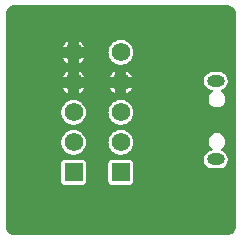
<source format=gbl>
G04 Layer: BottomLayer*
G04 EasyEDA v6.5.20, 2023-08-22 18:50:07*
G04 a67cddfb3fce44daa9051d46cbbcc19f,10*
G04 Gerber Generator version 0.2*
G04 Scale: 100 percent, Rotated: No, Reflected: No *
G04 Dimensions in millimeters *
G04 leading zeros omitted , absolute positions ,4 integer and 5 decimal *
%FSLAX45Y45*%
%MOMM*%

%ADD10C,1.5748*%
%ADD11R,1.5748X1.5748*%
%ADD12O,1.499997X0.9999979999999999*%

%LPD*%
G36*
X-898753Y-974090D02*
G01*
X-911250Y-973124D01*
X-921512Y-970787D01*
X-931367Y-966978D01*
X-940612Y-961847D01*
X-948994Y-955446D01*
X-956360Y-947877D01*
X-962609Y-939393D01*
X-967587Y-930046D01*
X-971194Y-920140D01*
X-973328Y-909828D01*
X-974090Y-898753D01*
X-974090Y898753D01*
X-973124Y911250D01*
X-970787Y921512D01*
X-966978Y931367D01*
X-961847Y940612D01*
X-955446Y948994D01*
X-947877Y956360D01*
X-939393Y962609D01*
X-930046Y967587D01*
X-920140Y971194D01*
X-909828Y973328D01*
X-898753Y974090D01*
X898753Y974090D01*
X911250Y973124D01*
X921512Y970787D01*
X931367Y966978D01*
X940612Y961847D01*
X948994Y955446D01*
X956360Y947877D01*
X962609Y939393D01*
X967587Y930046D01*
X971194Y920140D01*
X973328Y909828D01*
X974090Y898753D01*
X974090Y-898753D01*
X973124Y-911250D01*
X970787Y-921512D01*
X966978Y-931367D01*
X961847Y-940612D01*
X955446Y-948994D01*
X947877Y-956360D01*
X939393Y-962609D01*
X930046Y-967587D01*
X920140Y-971194D01*
X909828Y-973328D01*
X898753Y-974090D01*
G37*

%LPC*%
G36*
X-354279Y620725D02*
G01*
X-306120Y620725D01*
X-309372Y627329D01*
X-316992Y638708D01*
X-326034Y648970D01*
X-336296Y658012D01*
X-347675Y665632D01*
X-354279Y668883D01*
G37*
G36*
X-78181Y-545642D02*
G01*
X78181Y-545642D01*
X84480Y-544931D01*
X89966Y-543001D01*
X94843Y-539953D01*
X98958Y-535838D01*
X102006Y-530961D01*
X103936Y-525475D01*
X104648Y-519176D01*
X104648Y-362813D01*
X103936Y-356514D01*
X102006Y-351028D01*
X98958Y-346151D01*
X94843Y-342036D01*
X89966Y-338988D01*
X84480Y-337058D01*
X78181Y-336346D01*
X-78181Y-336346D01*
X-84480Y-337058D01*
X-89966Y-338988D01*
X-94843Y-342036D01*
X-98958Y-346151D01*
X-102006Y-351028D01*
X-103936Y-356514D01*
X-104648Y-362813D01*
X-104648Y-519176D01*
X-103936Y-525475D01*
X-102006Y-530961D01*
X-98958Y-535838D01*
X-94843Y-539953D01*
X-89966Y-543001D01*
X-84480Y-544931D01*
G37*
G36*
X779119Y-408381D02*
G01*
X828395Y-408381D01*
X840079Y-407517D01*
X851103Y-404977D01*
X861669Y-400862D01*
X871524Y-395173D01*
X880364Y-388112D01*
X888085Y-379780D01*
X894486Y-370433D01*
X899414Y-360222D01*
X902716Y-349402D01*
X904443Y-338175D01*
X904443Y-326847D01*
X902716Y-315620D01*
X899414Y-304749D01*
X894486Y-294538D01*
X888085Y-285191D01*
X880364Y-276860D01*
X871524Y-269798D01*
X861669Y-264160D01*
X850239Y-259689D01*
X846531Y-257149D01*
X844245Y-253288D01*
X843838Y-248869D01*
X845413Y-244652D01*
X848614Y-241554D01*
X855421Y-237337D01*
X863904Y-230124D01*
X871118Y-221691D01*
X876909Y-212191D01*
X881176Y-201930D01*
X883767Y-191109D01*
X884631Y-180035D01*
X883767Y-168910D01*
X881176Y-158089D01*
X876909Y-147828D01*
X871118Y-138328D01*
X863904Y-129895D01*
X855421Y-122682D01*
X845921Y-116839D01*
X835660Y-112623D01*
X824839Y-109982D01*
X813765Y-109118D01*
X802690Y-109982D01*
X791870Y-112623D01*
X781608Y-116839D01*
X772109Y-122682D01*
X763625Y-129895D01*
X756412Y-138328D01*
X750620Y-147828D01*
X746353Y-158089D01*
X743762Y-168910D01*
X742899Y-180035D01*
X743762Y-191109D01*
X746353Y-201930D01*
X750620Y-212191D01*
X756412Y-221691D01*
X763625Y-230124D01*
X772109Y-237337D01*
X773988Y-238506D01*
X777087Y-241452D01*
X778713Y-245364D01*
X778560Y-249580D01*
X776732Y-253390D01*
X773531Y-256133D01*
X769467Y-257302D01*
X767435Y-257454D01*
X756412Y-259994D01*
X745845Y-264109D01*
X735990Y-269798D01*
X727151Y-276860D01*
X719429Y-285191D01*
X713028Y-294538D01*
X708101Y-304749D01*
X704799Y-315620D01*
X703072Y-326847D01*
X703072Y-338175D01*
X704799Y-349402D01*
X708101Y-360222D01*
X713028Y-370433D01*
X719429Y-379780D01*
X727151Y-388112D01*
X735990Y-395173D01*
X745845Y-400862D01*
X756412Y-404977D01*
X767435Y-407517D01*
G37*
G36*
X-399999Y-291642D02*
G01*
X-386334Y-290728D01*
X-372922Y-288036D01*
X-359968Y-283667D01*
X-347675Y-277622D01*
X-336296Y-270002D01*
X-326034Y-260959D01*
X-316992Y-250698D01*
X-309372Y-239318D01*
X-303326Y-227025D01*
X-298958Y-214071D01*
X-296265Y-200660D01*
X-295351Y-186994D01*
X-296265Y-173329D01*
X-298958Y-159918D01*
X-303326Y-146964D01*
X-309372Y-134670D01*
X-316992Y-123291D01*
X-326034Y-113030D01*
X-336296Y-103987D01*
X-347675Y-96367D01*
X-359968Y-90322D01*
X-372922Y-85953D01*
X-386334Y-83261D01*
X-399999Y-82397D01*
X-413664Y-83261D01*
X-427075Y-85953D01*
X-440029Y-90322D01*
X-452323Y-96367D01*
X-463702Y-103987D01*
X-473964Y-113030D01*
X-483006Y-123291D01*
X-490626Y-134670D01*
X-496671Y-146964D01*
X-501040Y-159918D01*
X-503732Y-173329D01*
X-504647Y-186994D01*
X-503732Y-200660D01*
X-501040Y-214071D01*
X-496671Y-227025D01*
X-490626Y-239318D01*
X-483006Y-250698D01*
X-473964Y-260959D01*
X-463702Y-270002D01*
X-452323Y-277622D01*
X-440029Y-283667D01*
X-427075Y-288036D01*
X-413664Y-290728D01*
G37*
G36*
X0Y-291642D02*
G01*
X13665Y-290728D01*
X27076Y-288036D01*
X40030Y-283667D01*
X52324Y-277622D01*
X63703Y-270002D01*
X73964Y-260959D01*
X83007Y-250698D01*
X90627Y-239318D01*
X96672Y-227025D01*
X101041Y-214071D01*
X103733Y-200660D01*
X104648Y-186994D01*
X103733Y-173329D01*
X101041Y-159918D01*
X96672Y-146964D01*
X90627Y-134670D01*
X83007Y-123291D01*
X73964Y-113030D01*
X63703Y-103987D01*
X52324Y-96367D01*
X40030Y-90322D01*
X27076Y-85953D01*
X13665Y-83261D01*
X0Y-82397D01*
X-13665Y-83261D01*
X-27076Y-85953D01*
X-40030Y-90322D01*
X-52324Y-96367D01*
X-63703Y-103987D01*
X-73964Y-113030D01*
X-83007Y-123291D01*
X-90627Y-134670D01*
X-96672Y-146964D01*
X-101041Y-159918D01*
X-103733Y-173329D01*
X-104648Y-186994D01*
X-103733Y-200660D01*
X-101041Y-214071D01*
X-96672Y-227025D01*
X-90627Y-239318D01*
X-83007Y-250698D01*
X-73964Y-260959D01*
X-63703Y-270002D01*
X-52324Y-277622D01*
X-40030Y-283667D01*
X-27076Y-288036D01*
X-13665Y-290728D01*
G37*
G36*
X0Y-37642D02*
G01*
X13665Y-36728D01*
X27076Y-34036D01*
X40030Y-29667D01*
X52324Y-23622D01*
X63703Y-16002D01*
X73964Y-6959D01*
X83007Y3302D01*
X90627Y14681D01*
X96672Y26974D01*
X101041Y39928D01*
X103733Y53340D01*
X104648Y67005D01*
X103733Y80670D01*
X101041Y94081D01*
X96672Y107035D01*
X90627Y119329D01*
X83007Y130708D01*
X73964Y140970D01*
X63703Y150012D01*
X52324Y157632D01*
X40030Y163677D01*
X27076Y168046D01*
X13665Y170738D01*
X0Y171602D01*
X-13665Y170738D01*
X-27076Y168046D01*
X-40030Y163677D01*
X-52324Y157632D01*
X-63703Y150012D01*
X-73964Y140970D01*
X-83007Y130708D01*
X-90627Y119329D01*
X-96672Y107035D01*
X-101041Y94081D01*
X-103733Y80670D01*
X-104648Y67005D01*
X-103733Y53340D01*
X-101041Y39928D01*
X-96672Y26974D01*
X-90627Y14681D01*
X-83007Y3302D01*
X-73964Y-6959D01*
X-63703Y-16002D01*
X-52324Y-23622D01*
X-40030Y-29667D01*
X-27076Y-34036D01*
X-13665Y-36728D01*
G37*
G36*
X-399999Y-37642D02*
G01*
X-386334Y-36728D01*
X-372922Y-34036D01*
X-359968Y-29667D01*
X-347675Y-23622D01*
X-336296Y-16002D01*
X-326034Y-6959D01*
X-316992Y3302D01*
X-309372Y14681D01*
X-303326Y26974D01*
X-298958Y39928D01*
X-296265Y53340D01*
X-295351Y67005D01*
X-296265Y80670D01*
X-298958Y94081D01*
X-303326Y107035D01*
X-309372Y119329D01*
X-316992Y130708D01*
X-326034Y140970D01*
X-336296Y150012D01*
X-347675Y157632D01*
X-359968Y163677D01*
X-372922Y168046D01*
X-386334Y170738D01*
X-399999Y171602D01*
X-413664Y170738D01*
X-427075Y168046D01*
X-440029Y163677D01*
X-452323Y157632D01*
X-463702Y150012D01*
X-473964Y140970D01*
X-483006Y130708D01*
X-490626Y119329D01*
X-496671Y107035D01*
X-501040Y94081D01*
X-503732Y80670D01*
X-504647Y67005D01*
X-503732Y53340D01*
X-501040Y39928D01*
X-496671Y26974D01*
X-490626Y14681D01*
X-483006Y3302D01*
X-473964Y-6959D01*
X-463702Y-16002D01*
X-452323Y-23622D01*
X-440029Y-29667D01*
X-427075Y-34036D01*
X-413664Y-36728D01*
G37*
G36*
X813765Y109118D02*
G01*
X824839Y109982D01*
X835660Y112572D01*
X845921Y116839D01*
X855421Y122631D01*
X863904Y129844D01*
X871118Y138328D01*
X876909Y147828D01*
X881176Y158089D01*
X883767Y168910D01*
X884631Y179984D01*
X883767Y191058D01*
X881176Y201879D01*
X876909Y212140D01*
X871118Y221640D01*
X863904Y230124D01*
X855421Y237337D01*
X848563Y241554D01*
X845362Y244652D01*
X843787Y248869D01*
X844194Y253339D01*
X846480Y257149D01*
X850188Y259689D01*
X861669Y264160D01*
X871524Y269798D01*
X880364Y276860D01*
X888085Y285191D01*
X894486Y294589D01*
X899414Y304800D01*
X902716Y315620D01*
X904443Y326847D01*
X904443Y338175D01*
X902716Y349402D01*
X899414Y360222D01*
X894486Y370433D01*
X888085Y379831D01*
X880364Y388112D01*
X871524Y395224D01*
X861669Y400862D01*
X851103Y405028D01*
X840079Y407517D01*
X828395Y408432D01*
X779119Y408432D01*
X767435Y407517D01*
X756412Y405028D01*
X745845Y400862D01*
X735990Y395224D01*
X727151Y388112D01*
X719429Y379831D01*
X713028Y370433D01*
X708101Y360222D01*
X704799Y349402D01*
X703072Y338175D01*
X703072Y326847D01*
X704799Y315620D01*
X708101Y304800D01*
X713028Y294589D01*
X719429Y285191D01*
X727151Y276860D01*
X735990Y269798D01*
X745845Y264160D01*
X756412Y259994D01*
X767435Y257454D01*
X769518Y257302D01*
X773582Y256133D01*
X776782Y253390D01*
X778611Y249580D01*
X778764Y245364D01*
X777138Y241452D01*
X774090Y238506D01*
X772109Y237337D01*
X763625Y230124D01*
X756412Y221640D01*
X750620Y212140D01*
X746353Y201879D01*
X743762Y191058D01*
X742899Y179984D01*
X743762Y168910D01*
X746353Y158089D01*
X750620Y147828D01*
X756412Y138328D01*
X763625Y129844D01*
X772109Y122631D01*
X781608Y116839D01*
X791870Y112572D01*
X802690Y109982D01*
G37*
G36*
X-45720Y227126D02*
G01*
X-45720Y275285D01*
X-93878Y275285D01*
X-90627Y268681D01*
X-83007Y257302D01*
X-73964Y247040D01*
X-63703Y237998D01*
X-52324Y230378D01*
G37*
G36*
X-445719Y227126D02*
G01*
X-445719Y275285D01*
X-493877Y275285D01*
X-490626Y268681D01*
X-483006Y257302D01*
X-473964Y247040D01*
X-463702Y237998D01*
X-452323Y230378D01*
G37*
G36*
X-478180Y-545642D02*
G01*
X-321818Y-545642D01*
X-315518Y-544931D01*
X-310032Y-543001D01*
X-305155Y-539953D01*
X-301040Y-535838D01*
X-297992Y-530961D01*
X-296062Y-525475D01*
X-295351Y-519176D01*
X-295351Y-362813D01*
X-296062Y-356514D01*
X-297992Y-351028D01*
X-301040Y-346151D01*
X-305155Y-342036D01*
X-310032Y-338988D01*
X-315518Y-337058D01*
X-321818Y-336346D01*
X-478180Y-336346D01*
X-484479Y-337058D01*
X-489966Y-338988D01*
X-494842Y-342036D01*
X-498957Y-346151D01*
X-502005Y-351028D01*
X-503935Y-356514D01*
X-504647Y-362813D01*
X-504647Y-519176D01*
X-503935Y-525475D01*
X-502005Y-530961D01*
X-498957Y-535838D01*
X-494842Y-539953D01*
X-489966Y-543001D01*
X-484479Y-544931D01*
G37*
G36*
X-354279Y227126D02*
G01*
X-347675Y230378D01*
X-336296Y237998D01*
X-326034Y247040D01*
X-316992Y257302D01*
X-309372Y268681D01*
X-306120Y275285D01*
X-354279Y275285D01*
G37*
G36*
X-493877Y366725D02*
G01*
X-445719Y366725D01*
X-445719Y414883D01*
X-452323Y411632D01*
X-463702Y404012D01*
X-473964Y394970D01*
X-483006Y384708D01*
X-490626Y373329D01*
G37*
G36*
X-93878Y366725D02*
G01*
X-45720Y366725D01*
X-45720Y414883D01*
X-52324Y411632D01*
X-63703Y404012D01*
X-73964Y394970D01*
X-83007Y384708D01*
X-90627Y373329D01*
G37*
G36*
X-354279Y366725D02*
G01*
X-306120Y366725D01*
X-309372Y373329D01*
X-316992Y384708D01*
X-326034Y394970D01*
X-336296Y404012D01*
X-347675Y411632D01*
X-354279Y414883D01*
G37*
G36*
X45720Y366725D02*
G01*
X93878Y366725D01*
X90627Y373329D01*
X83007Y384708D01*
X73964Y394970D01*
X63703Y404012D01*
X52324Y411632D01*
X45720Y414883D01*
G37*
G36*
X0Y470357D02*
G01*
X13665Y471271D01*
X27076Y473964D01*
X40030Y478332D01*
X52324Y484378D01*
X63703Y491998D01*
X73964Y501040D01*
X83007Y511301D01*
X90627Y522681D01*
X96672Y534974D01*
X101041Y547928D01*
X103733Y561340D01*
X104648Y575005D01*
X103733Y588670D01*
X101041Y602081D01*
X96672Y615035D01*
X90627Y627329D01*
X83007Y638708D01*
X73964Y648970D01*
X63703Y658012D01*
X52324Y665632D01*
X40030Y671677D01*
X27076Y676046D01*
X13665Y678738D01*
X0Y679602D01*
X-13665Y678738D01*
X-27076Y676046D01*
X-40030Y671677D01*
X-52324Y665632D01*
X-63703Y658012D01*
X-73964Y648970D01*
X-83007Y638708D01*
X-90627Y627329D01*
X-96672Y615035D01*
X-101041Y602081D01*
X-103733Y588670D01*
X-104648Y575005D01*
X-103733Y561340D01*
X-101041Y547928D01*
X-96672Y534974D01*
X-90627Y522681D01*
X-83007Y511301D01*
X-73964Y501040D01*
X-63703Y491998D01*
X-52324Y484378D01*
X-40030Y478332D01*
X-27076Y473964D01*
X-13665Y471271D01*
G37*
G36*
X-445719Y481126D02*
G01*
X-445719Y529285D01*
X-493877Y529285D01*
X-490626Y522681D01*
X-483006Y511301D01*
X-473964Y501040D01*
X-463702Y491998D01*
X-452323Y484378D01*
G37*
G36*
X-354279Y481126D02*
G01*
X-347675Y484378D01*
X-336296Y491998D01*
X-326034Y501040D01*
X-316992Y511301D01*
X-309372Y522681D01*
X-306120Y529285D01*
X-354279Y529285D01*
G37*
G36*
X-493877Y620725D02*
G01*
X-445719Y620725D01*
X-445719Y668883D01*
X-452323Y665632D01*
X-463702Y658012D01*
X-473964Y648970D01*
X-483006Y638708D01*
X-490626Y627329D01*
G37*
G36*
X45720Y227126D02*
G01*
X52324Y230378D01*
X63703Y237998D01*
X73964Y247040D01*
X83007Y257302D01*
X90627Y268681D01*
X93878Y275285D01*
X45720Y275285D01*
G37*

%LPD*%
D10*
G01*
X-399999Y575005D03*
G01*
X-399999Y321005D03*
G01*
X-399999Y67005D03*
G01*
X-399999Y-186994D03*
D11*
G01*
X-399999Y-440994D03*
D10*
G01*
X0Y575005D03*
G01*
X0Y321005D03*
G01*
X0Y67005D03*
G01*
X0Y-186994D03*
D11*
G01*
X0Y-440994D03*
D12*
G01*
X803757Y-332511D03*
G01*
X803757Y332486D03*
M02*

</source>
